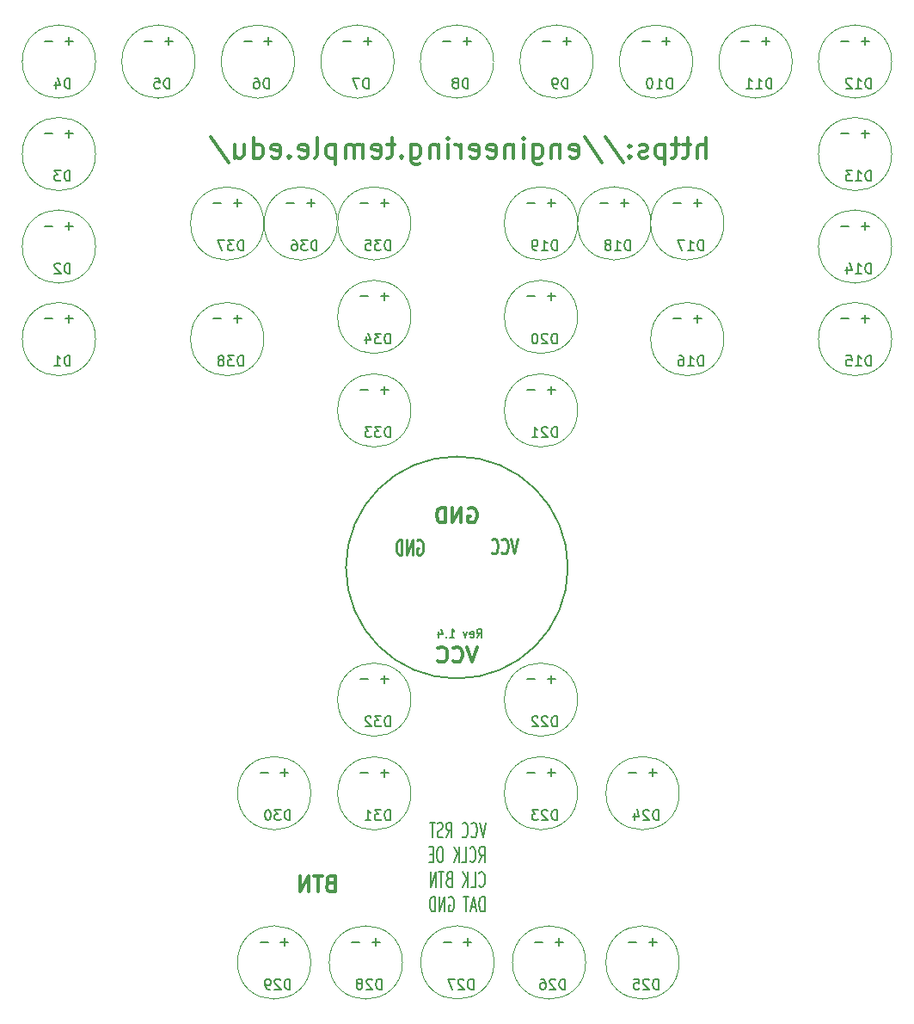
<source format=gbr>
G04 #@! TF.GenerationSoftware,KiCad,Pcbnew,(5.0.0)*
G04 #@! TF.CreationDate,2019-01-20T21:42:16-05:00*
G04 #@! TF.ProjectId,MiniTempleT,4D696E6954656D706C65542E6B696361,rev?*
G04 #@! TF.SameCoordinates,Original*
G04 #@! TF.FileFunction,Legend,Bot*
G04 #@! TF.FilePolarity,Positive*
%FSLAX46Y46*%
G04 Gerber Fmt 4.6, Leading zero omitted, Abs format (unit mm)*
G04 Created by KiCad (PCBNEW (5.0.0)) date 01/20/19 21:42:16*
%MOMM*%
%LPD*%
G01*
G04 APERTURE LIST*
%ADD10C,0.300000*%
%ADD11C,0.200000*%
%ADD12C,0.250000*%
%ADD13C,0.175000*%
%ADD14C,0.100000*%
%ADD15C,0.150000*%
G04 APERTURE END LIST*
D10*
X195738095Y-67404761D02*
X195738095Y-65404761D01*
X194880952Y-67404761D02*
X194880952Y-66357142D01*
X194976190Y-66166666D01*
X195166666Y-66071428D01*
X195452380Y-66071428D01*
X195642857Y-66166666D01*
X195738095Y-66261904D01*
X194214285Y-66071428D02*
X193452380Y-66071428D01*
X193928571Y-65404761D02*
X193928571Y-67119047D01*
X193833333Y-67309523D01*
X193642857Y-67404761D01*
X193452380Y-67404761D01*
X193071428Y-66071428D02*
X192309523Y-66071428D01*
X192785714Y-65404761D02*
X192785714Y-67119047D01*
X192690476Y-67309523D01*
X192500000Y-67404761D01*
X192309523Y-67404761D01*
X191642857Y-66071428D02*
X191642857Y-68071428D01*
X191642857Y-66166666D02*
X191452380Y-66071428D01*
X191071428Y-66071428D01*
X190880952Y-66166666D01*
X190785714Y-66261904D01*
X190690476Y-66452380D01*
X190690476Y-67023809D01*
X190785714Y-67214285D01*
X190880952Y-67309523D01*
X191071428Y-67404761D01*
X191452380Y-67404761D01*
X191642857Y-67309523D01*
X189928571Y-67309523D02*
X189738095Y-67404761D01*
X189357142Y-67404761D01*
X189166666Y-67309523D01*
X189071428Y-67119047D01*
X189071428Y-67023809D01*
X189166666Y-66833333D01*
X189357142Y-66738095D01*
X189642857Y-66738095D01*
X189833333Y-66642857D01*
X189928571Y-66452380D01*
X189928571Y-66357142D01*
X189833333Y-66166666D01*
X189642857Y-66071428D01*
X189357142Y-66071428D01*
X189166666Y-66166666D01*
X188214285Y-67214285D02*
X188119047Y-67309523D01*
X188214285Y-67404761D01*
X188309523Y-67309523D01*
X188214285Y-67214285D01*
X188214285Y-67404761D01*
X188214285Y-66166666D02*
X188119047Y-66261904D01*
X188214285Y-66357142D01*
X188309523Y-66261904D01*
X188214285Y-66166666D01*
X188214285Y-66357142D01*
X185833333Y-65309523D02*
X187547619Y-67880952D01*
X183738095Y-65309523D02*
X185452380Y-67880952D01*
X182309523Y-67309523D02*
X182500000Y-67404761D01*
X182880952Y-67404761D01*
X183071428Y-67309523D01*
X183166666Y-67119047D01*
X183166666Y-66357142D01*
X183071428Y-66166666D01*
X182880952Y-66071428D01*
X182500000Y-66071428D01*
X182309523Y-66166666D01*
X182214285Y-66357142D01*
X182214285Y-66547619D01*
X183166666Y-66738095D01*
X181357142Y-66071428D02*
X181357142Y-67404761D01*
X181357142Y-66261904D02*
X181261904Y-66166666D01*
X181071428Y-66071428D01*
X180785714Y-66071428D01*
X180595238Y-66166666D01*
X180500000Y-66357142D01*
X180500000Y-67404761D01*
X178690476Y-66071428D02*
X178690476Y-67690476D01*
X178785714Y-67880952D01*
X178880952Y-67976190D01*
X179071428Y-68071428D01*
X179357142Y-68071428D01*
X179547619Y-67976190D01*
X178690476Y-67309523D02*
X178880952Y-67404761D01*
X179261904Y-67404761D01*
X179452380Y-67309523D01*
X179547619Y-67214285D01*
X179642857Y-67023809D01*
X179642857Y-66452380D01*
X179547619Y-66261904D01*
X179452380Y-66166666D01*
X179261904Y-66071428D01*
X178880952Y-66071428D01*
X178690476Y-66166666D01*
X177738095Y-67404761D02*
X177738095Y-66071428D01*
X177738095Y-65404761D02*
X177833333Y-65500000D01*
X177738095Y-65595238D01*
X177642857Y-65500000D01*
X177738095Y-65404761D01*
X177738095Y-65595238D01*
X176785714Y-66071428D02*
X176785714Y-67404761D01*
X176785714Y-66261904D02*
X176690476Y-66166666D01*
X176500000Y-66071428D01*
X176214285Y-66071428D01*
X176023809Y-66166666D01*
X175928571Y-66357142D01*
X175928571Y-67404761D01*
X174214285Y-67309523D02*
X174404761Y-67404761D01*
X174785714Y-67404761D01*
X174976190Y-67309523D01*
X175071428Y-67119047D01*
X175071428Y-66357142D01*
X174976190Y-66166666D01*
X174785714Y-66071428D01*
X174404761Y-66071428D01*
X174214285Y-66166666D01*
X174119047Y-66357142D01*
X174119047Y-66547619D01*
X175071428Y-66738095D01*
X172500000Y-67309523D02*
X172690476Y-67404761D01*
X173071428Y-67404761D01*
X173261904Y-67309523D01*
X173357142Y-67119047D01*
X173357142Y-66357142D01*
X173261904Y-66166666D01*
X173071428Y-66071428D01*
X172690476Y-66071428D01*
X172500000Y-66166666D01*
X172404761Y-66357142D01*
X172404761Y-66547619D01*
X173357142Y-66738095D01*
X171547619Y-67404761D02*
X171547619Y-66071428D01*
X171547619Y-66452380D02*
X171452380Y-66261904D01*
X171357142Y-66166666D01*
X171166666Y-66071428D01*
X170976190Y-66071428D01*
X170309523Y-67404761D02*
X170309523Y-66071428D01*
X170309523Y-65404761D02*
X170404761Y-65500000D01*
X170309523Y-65595238D01*
X170214285Y-65500000D01*
X170309523Y-65404761D01*
X170309523Y-65595238D01*
X169357142Y-66071428D02*
X169357142Y-67404761D01*
X169357142Y-66261904D02*
X169261904Y-66166666D01*
X169071428Y-66071428D01*
X168785714Y-66071428D01*
X168595238Y-66166666D01*
X168500000Y-66357142D01*
X168500000Y-67404761D01*
X166690476Y-66071428D02*
X166690476Y-67690476D01*
X166785714Y-67880952D01*
X166880952Y-67976190D01*
X167071428Y-68071428D01*
X167357142Y-68071428D01*
X167547619Y-67976190D01*
X166690476Y-67309523D02*
X166880952Y-67404761D01*
X167261904Y-67404761D01*
X167452380Y-67309523D01*
X167547619Y-67214285D01*
X167642857Y-67023809D01*
X167642857Y-66452380D01*
X167547619Y-66261904D01*
X167452380Y-66166666D01*
X167261904Y-66071428D01*
X166880952Y-66071428D01*
X166690476Y-66166666D01*
X165738095Y-67214285D02*
X165642857Y-67309523D01*
X165738095Y-67404761D01*
X165833333Y-67309523D01*
X165738095Y-67214285D01*
X165738095Y-67404761D01*
X165071428Y-66071428D02*
X164309523Y-66071428D01*
X164785714Y-65404761D02*
X164785714Y-67119047D01*
X164690476Y-67309523D01*
X164500000Y-67404761D01*
X164309523Y-67404761D01*
X162880952Y-67309523D02*
X163071428Y-67404761D01*
X163452380Y-67404761D01*
X163642857Y-67309523D01*
X163738095Y-67119047D01*
X163738095Y-66357142D01*
X163642857Y-66166666D01*
X163452380Y-66071428D01*
X163071428Y-66071428D01*
X162880952Y-66166666D01*
X162785714Y-66357142D01*
X162785714Y-66547619D01*
X163738095Y-66738095D01*
X161928571Y-67404761D02*
X161928571Y-66071428D01*
X161928571Y-66261904D02*
X161833333Y-66166666D01*
X161642857Y-66071428D01*
X161357142Y-66071428D01*
X161166666Y-66166666D01*
X161071428Y-66357142D01*
X161071428Y-67404761D01*
X161071428Y-66357142D02*
X160976190Y-66166666D01*
X160785714Y-66071428D01*
X160500000Y-66071428D01*
X160309523Y-66166666D01*
X160214285Y-66357142D01*
X160214285Y-67404761D01*
X159261904Y-66071428D02*
X159261904Y-68071428D01*
X159261904Y-66166666D02*
X159071428Y-66071428D01*
X158690476Y-66071428D01*
X158500000Y-66166666D01*
X158404761Y-66261904D01*
X158309523Y-66452380D01*
X158309523Y-67023809D01*
X158404761Y-67214285D01*
X158500000Y-67309523D01*
X158690476Y-67404761D01*
X159071428Y-67404761D01*
X159261904Y-67309523D01*
X157166666Y-67404761D02*
X157357142Y-67309523D01*
X157452380Y-67119047D01*
X157452380Y-65404761D01*
X155642857Y-67309523D02*
X155833333Y-67404761D01*
X156214285Y-67404761D01*
X156404761Y-67309523D01*
X156500000Y-67119047D01*
X156500000Y-66357142D01*
X156404761Y-66166666D01*
X156214285Y-66071428D01*
X155833333Y-66071428D01*
X155642857Y-66166666D01*
X155547619Y-66357142D01*
X155547619Y-66547619D01*
X156500000Y-66738095D01*
X154690476Y-67214285D02*
X154595238Y-67309523D01*
X154690476Y-67404761D01*
X154785714Y-67309523D01*
X154690476Y-67214285D01*
X154690476Y-67404761D01*
X152976190Y-67309523D02*
X153166666Y-67404761D01*
X153547619Y-67404761D01*
X153738095Y-67309523D01*
X153833333Y-67119047D01*
X153833333Y-66357142D01*
X153738095Y-66166666D01*
X153547619Y-66071428D01*
X153166666Y-66071428D01*
X152976190Y-66166666D01*
X152880952Y-66357142D01*
X152880952Y-66547619D01*
X153833333Y-66738095D01*
X151166666Y-67404761D02*
X151166666Y-65404761D01*
X151166666Y-67309523D02*
X151357142Y-67404761D01*
X151738095Y-67404761D01*
X151928571Y-67309523D01*
X152023809Y-67214285D01*
X152119047Y-67023809D01*
X152119047Y-66452380D01*
X152023809Y-66261904D01*
X151928571Y-66166666D01*
X151738095Y-66071428D01*
X151357142Y-66071428D01*
X151166666Y-66166666D01*
X149357142Y-66071428D02*
X149357142Y-67404761D01*
X150214285Y-66071428D02*
X150214285Y-67119047D01*
X150119047Y-67309523D01*
X149928571Y-67404761D01*
X149642857Y-67404761D01*
X149452380Y-67309523D01*
X149357142Y-67214285D01*
X146976190Y-65309523D02*
X148690476Y-67880952D01*
D11*
X173157142Y-114561904D02*
X173423809Y-114180952D01*
X173614285Y-114561904D02*
X173614285Y-113761904D01*
X173309523Y-113761904D01*
X173233333Y-113800000D01*
X173195238Y-113838095D01*
X173157142Y-113914285D01*
X173157142Y-114028571D01*
X173195238Y-114104761D01*
X173233333Y-114142857D01*
X173309523Y-114180952D01*
X173614285Y-114180952D01*
X172509523Y-114523809D02*
X172585714Y-114561904D01*
X172738095Y-114561904D01*
X172814285Y-114523809D01*
X172852380Y-114447619D01*
X172852380Y-114142857D01*
X172814285Y-114066666D01*
X172738095Y-114028571D01*
X172585714Y-114028571D01*
X172509523Y-114066666D01*
X172471428Y-114142857D01*
X172471428Y-114219047D01*
X172852380Y-114295238D01*
X172204761Y-114028571D02*
X172014285Y-114561904D01*
X171823809Y-114028571D01*
X170490476Y-114561904D02*
X170947619Y-114561904D01*
X170719047Y-114561904D02*
X170719047Y-113761904D01*
X170795238Y-113876190D01*
X170871428Y-113952380D01*
X170947619Y-113990476D01*
X170147619Y-114485714D02*
X170109523Y-114523809D01*
X170147619Y-114561904D01*
X170185714Y-114523809D01*
X170147619Y-114485714D01*
X170147619Y-114561904D01*
X169423809Y-114028571D02*
X169423809Y-114561904D01*
X169614285Y-113723809D02*
X169804761Y-114295238D01*
X169309523Y-114295238D01*
D12*
X177168404Y-104842571D02*
X176835071Y-106342571D01*
X176501738Y-104842571D01*
X175596976Y-106199714D02*
X175644595Y-106271142D01*
X175787452Y-106342571D01*
X175882690Y-106342571D01*
X176025547Y-106271142D01*
X176120785Y-106128285D01*
X176168404Y-105985428D01*
X176216023Y-105699714D01*
X176216023Y-105485428D01*
X176168404Y-105199714D01*
X176120785Y-105056857D01*
X176025547Y-104914000D01*
X175882690Y-104842571D01*
X175787452Y-104842571D01*
X175644595Y-104914000D01*
X175596976Y-104985428D01*
X174596976Y-106199714D02*
X174644595Y-106271142D01*
X174787452Y-106342571D01*
X174882690Y-106342571D01*
X175025547Y-106271142D01*
X175120785Y-106128285D01*
X175168404Y-105985428D01*
X175216023Y-105699714D01*
X175216023Y-105485428D01*
X175168404Y-105199714D01*
X175120785Y-105056857D01*
X175025547Y-104914000D01*
X174882690Y-104842571D01*
X174787452Y-104842571D01*
X174644595Y-104914000D01*
X174596976Y-104985428D01*
D10*
X158716320Y-138764577D02*
X158502034Y-138836005D01*
X158430605Y-138907434D01*
X158359177Y-139050291D01*
X158359177Y-139264577D01*
X158430605Y-139407434D01*
X158502034Y-139478862D01*
X158644891Y-139550291D01*
X159216320Y-139550291D01*
X159216320Y-138050291D01*
X158716320Y-138050291D01*
X158573462Y-138121720D01*
X158502034Y-138193148D01*
X158430605Y-138336005D01*
X158430605Y-138478862D01*
X158502034Y-138621720D01*
X158573462Y-138693148D01*
X158716320Y-138764577D01*
X159216320Y-138764577D01*
X157930605Y-138050291D02*
X157073462Y-138050291D01*
X157502034Y-139550291D02*
X157502034Y-138050291D01*
X156573462Y-139550291D02*
X156573462Y-138050291D01*
X155716320Y-139550291D01*
X155716320Y-138050291D01*
D13*
X174044535Y-132783071D02*
X173744535Y-134283071D01*
X173444535Y-132783071D01*
X172630250Y-134140214D02*
X172673107Y-134211642D01*
X172801678Y-134283071D01*
X172887392Y-134283071D01*
X173015964Y-134211642D01*
X173101678Y-134068785D01*
X173144535Y-133925928D01*
X173187392Y-133640214D01*
X173187392Y-133425928D01*
X173144535Y-133140214D01*
X173101678Y-132997357D01*
X173015964Y-132854500D01*
X172887392Y-132783071D01*
X172801678Y-132783071D01*
X172673107Y-132854500D01*
X172630250Y-132925928D01*
X171730250Y-134140214D02*
X171773107Y-134211642D01*
X171901678Y-134283071D01*
X171987392Y-134283071D01*
X172115964Y-134211642D01*
X172201678Y-134068785D01*
X172244535Y-133925928D01*
X172287392Y-133640214D01*
X172287392Y-133425928D01*
X172244535Y-133140214D01*
X172201678Y-132997357D01*
X172115964Y-132854500D01*
X171987392Y-132783071D01*
X171901678Y-132783071D01*
X171773107Y-132854500D01*
X171730250Y-132925928D01*
X170144535Y-134283071D02*
X170444535Y-133568785D01*
X170658821Y-134283071D02*
X170658821Y-132783071D01*
X170315964Y-132783071D01*
X170230250Y-132854500D01*
X170187392Y-132925928D01*
X170144535Y-133068785D01*
X170144535Y-133283071D01*
X170187392Y-133425928D01*
X170230250Y-133497357D01*
X170315964Y-133568785D01*
X170658821Y-133568785D01*
X169801678Y-134211642D02*
X169673107Y-134283071D01*
X169458821Y-134283071D01*
X169373107Y-134211642D01*
X169330250Y-134140214D01*
X169287392Y-133997357D01*
X169287392Y-133854500D01*
X169330250Y-133711642D01*
X169373107Y-133640214D01*
X169458821Y-133568785D01*
X169630250Y-133497357D01*
X169715964Y-133425928D01*
X169758821Y-133354500D01*
X169801678Y-133211642D01*
X169801678Y-133068785D01*
X169758821Y-132925928D01*
X169715964Y-132854500D01*
X169630250Y-132783071D01*
X169415964Y-132783071D01*
X169287392Y-132854500D01*
X169030250Y-132783071D02*
X168515964Y-132783071D01*
X168773107Y-134283071D02*
X168773107Y-132783071D01*
X173401678Y-136708071D02*
X173701678Y-135993785D01*
X173915964Y-136708071D02*
X173915964Y-135208071D01*
X173573107Y-135208071D01*
X173487392Y-135279500D01*
X173444535Y-135350928D01*
X173401678Y-135493785D01*
X173401678Y-135708071D01*
X173444535Y-135850928D01*
X173487392Y-135922357D01*
X173573107Y-135993785D01*
X173915964Y-135993785D01*
X172501678Y-136565214D02*
X172544535Y-136636642D01*
X172673107Y-136708071D01*
X172758821Y-136708071D01*
X172887392Y-136636642D01*
X172973107Y-136493785D01*
X173015964Y-136350928D01*
X173058821Y-136065214D01*
X173058821Y-135850928D01*
X173015964Y-135565214D01*
X172973107Y-135422357D01*
X172887392Y-135279500D01*
X172758821Y-135208071D01*
X172673107Y-135208071D01*
X172544535Y-135279500D01*
X172501678Y-135350928D01*
X171687392Y-136708071D02*
X172115964Y-136708071D01*
X172115964Y-135208071D01*
X171387392Y-136708071D02*
X171387392Y-135208071D01*
X170873107Y-136708071D02*
X171258821Y-135850928D01*
X170873107Y-135208071D02*
X171387392Y-136065214D01*
X169630250Y-135208071D02*
X169458821Y-135208071D01*
X169373107Y-135279500D01*
X169287392Y-135422357D01*
X169244535Y-135708071D01*
X169244535Y-136208071D01*
X169287392Y-136493785D01*
X169373107Y-136636642D01*
X169458821Y-136708071D01*
X169630250Y-136708071D01*
X169715964Y-136636642D01*
X169801678Y-136493785D01*
X169844535Y-136208071D01*
X169844535Y-135708071D01*
X169801678Y-135422357D01*
X169715964Y-135279500D01*
X169630250Y-135208071D01*
X168858821Y-135922357D02*
X168558821Y-135922357D01*
X168430250Y-136708071D02*
X168858821Y-136708071D01*
X168858821Y-135208071D01*
X168430250Y-135208071D01*
X173401678Y-138990214D02*
X173444535Y-139061642D01*
X173573107Y-139133071D01*
X173658821Y-139133071D01*
X173787392Y-139061642D01*
X173873107Y-138918785D01*
X173915964Y-138775928D01*
X173958821Y-138490214D01*
X173958821Y-138275928D01*
X173915964Y-137990214D01*
X173873107Y-137847357D01*
X173787392Y-137704500D01*
X173658821Y-137633071D01*
X173573107Y-137633071D01*
X173444535Y-137704500D01*
X173401678Y-137775928D01*
X172587392Y-139133071D02*
X173015964Y-139133071D01*
X173015964Y-137633071D01*
X172287392Y-139133071D02*
X172287392Y-137633071D01*
X171773107Y-139133071D02*
X172158821Y-138275928D01*
X171773107Y-137633071D02*
X172287392Y-138490214D01*
X170401678Y-138347357D02*
X170273107Y-138418785D01*
X170230250Y-138490214D01*
X170187392Y-138633071D01*
X170187392Y-138847357D01*
X170230250Y-138990214D01*
X170273107Y-139061642D01*
X170358821Y-139133071D01*
X170701678Y-139133071D01*
X170701678Y-137633071D01*
X170401678Y-137633071D01*
X170315964Y-137704500D01*
X170273107Y-137775928D01*
X170230250Y-137918785D01*
X170230250Y-138061642D01*
X170273107Y-138204500D01*
X170315964Y-138275928D01*
X170401678Y-138347357D01*
X170701678Y-138347357D01*
X169930250Y-137633071D02*
X169415964Y-137633071D01*
X169673107Y-139133071D02*
X169673107Y-137633071D01*
X169115964Y-139133071D02*
X169115964Y-137633071D01*
X168601678Y-139133071D01*
X168601678Y-137633071D01*
X173915964Y-141558071D02*
X173915964Y-140058071D01*
X173701678Y-140058071D01*
X173573107Y-140129500D01*
X173487392Y-140272357D01*
X173444535Y-140415214D01*
X173401678Y-140700928D01*
X173401678Y-140915214D01*
X173444535Y-141200928D01*
X173487392Y-141343785D01*
X173573107Y-141486642D01*
X173701678Y-141558071D01*
X173915964Y-141558071D01*
X173058821Y-141129500D02*
X172630250Y-141129500D01*
X173144535Y-141558071D02*
X172844535Y-140058071D01*
X172544535Y-141558071D01*
X172373107Y-140058071D02*
X171858821Y-140058071D01*
X172115964Y-141558071D02*
X172115964Y-140058071D01*
X170401678Y-140129500D02*
X170487392Y-140058071D01*
X170615964Y-140058071D01*
X170744535Y-140129500D01*
X170830250Y-140272357D01*
X170873107Y-140415214D01*
X170915964Y-140700928D01*
X170915964Y-140915214D01*
X170873107Y-141200928D01*
X170830250Y-141343785D01*
X170744535Y-141486642D01*
X170615964Y-141558071D01*
X170530250Y-141558071D01*
X170401678Y-141486642D01*
X170358821Y-141415214D01*
X170358821Y-140915214D01*
X170530250Y-140915214D01*
X169973107Y-141558071D02*
X169973107Y-140058071D01*
X169458821Y-141558071D01*
X169458821Y-140058071D01*
X169030250Y-141558071D02*
X169030250Y-140058071D01*
X168815964Y-140058071D01*
X168687392Y-140129500D01*
X168601678Y-140272357D01*
X168558821Y-140415214D01*
X168515964Y-140700928D01*
X168515964Y-140915214D01*
X168558821Y-141200928D01*
X168601678Y-141343785D01*
X168687392Y-141486642D01*
X168815964Y-141558071D01*
X169030250Y-141558071D01*
D10*
X173196000Y-115510571D02*
X172696000Y-117010571D01*
X172196000Y-115510571D01*
X170838857Y-116867714D02*
X170910285Y-116939142D01*
X171124571Y-117010571D01*
X171267428Y-117010571D01*
X171481714Y-116939142D01*
X171624571Y-116796285D01*
X171696000Y-116653428D01*
X171767428Y-116367714D01*
X171767428Y-116153428D01*
X171696000Y-115867714D01*
X171624571Y-115724857D01*
X171481714Y-115582000D01*
X171267428Y-115510571D01*
X171124571Y-115510571D01*
X170910285Y-115582000D01*
X170838857Y-115653428D01*
X169338857Y-116867714D02*
X169410285Y-116939142D01*
X169624571Y-117010571D01*
X169767428Y-117010571D01*
X169981714Y-116939142D01*
X170124571Y-116796285D01*
X170196000Y-116653428D01*
X170267428Y-116367714D01*
X170267428Y-116153428D01*
X170196000Y-115867714D01*
X170124571Y-115724857D01*
X169981714Y-115582000D01*
X169767428Y-115510571D01*
X169624571Y-115510571D01*
X169410285Y-115582000D01*
X169338857Y-115653428D01*
X172338857Y-101866000D02*
X172481714Y-101794571D01*
X172696000Y-101794571D01*
X172910285Y-101866000D01*
X173053142Y-102008857D01*
X173124571Y-102151714D01*
X173196000Y-102437428D01*
X173196000Y-102651714D01*
X173124571Y-102937428D01*
X173053142Y-103080285D01*
X172910285Y-103223142D01*
X172696000Y-103294571D01*
X172553142Y-103294571D01*
X172338857Y-103223142D01*
X172267428Y-103151714D01*
X172267428Y-102651714D01*
X172553142Y-102651714D01*
X171624571Y-103294571D02*
X171624571Y-101794571D01*
X170767428Y-103294571D01*
X170767428Y-101794571D01*
X170053142Y-103294571D02*
X170053142Y-101794571D01*
X169696000Y-101794571D01*
X169481714Y-101866000D01*
X169338857Y-102008857D01*
X169267428Y-102151714D01*
X169196000Y-102437428D01*
X169196000Y-102651714D01*
X169267428Y-102937428D01*
X169338857Y-103080285D01*
X169481714Y-103223142D01*
X169696000Y-103294571D01*
X170053142Y-103294571D01*
D11*
X182120953Y-107696000D02*
G75*
G03X182120953Y-107696000I-10924953J0D01*
G01*
D12*
X167294214Y-105041000D02*
X167389452Y-104969571D01*
X167532309Y-104969571D01*
X167675166Y-105041000D01*
X167770404Y-105183857D01*
X167818023Y-105326714D01*
X167865642Y-105612428D01*
X167865642Y-105826714D01*
X167818023Y-106112428D01*
X167770404Y-106255285D01*
X167675166Y-106398142D01*
X167532309Y-106469571D01*
X167437071Y-106469571D01*
X167294214Y-106398142D01*
X167246595Y-106326714D01*
X167246595Y-105826714D01*
X167437071Y-105826714D01*
X166818023Y-106469571D02*
X166818023Y-104969571D01*
X166246595Y-106469571D01*
X166246595Y-104969571D01*
X165770404Y-106469571D02*
X165770404Y-104969571D01*
X165532309Y-104969571D01*
X165389452Y-105041000D01*
X165294214Y-105183857D01*
X165246595Y-105326714D01*
X165198976Y-105612428D01*
X165198976Y-105826714D01*
X165246595Y-106112428D01*
X165294214Y-106255285D01*
X165389452Y-106398142D01*
X165532309Y-106469571D01*
X165770404Y-106469571D01*
D14*
G04 #@! TO.C,D1*
X135610600Y-85217000D02*
G75*
G03X135610600Y-85217000I-3606800J0D01*
G01*
G04 #@! TO.C,D2*
X135610600Y-76117000D02*
G75*
G03X135610600Y-76117000I-3606800J0D01*
G01*
G04 #@! TO.C,D3*
X135610600Y-67017000D02*
G75*
G03X135610600Y-67017000I-3606800J0D01*
G01*
G04 #@! TO.C,D4*
X135610600Y-57917000D02*
G75*
G03X135610600Y-57917000I-3606800J0D01*
G01*
G04 #@! TO.C,D5*
X145410600Y-57917000D02*
G75*
G03X145410600Y-57917000I-3606800J0D01*
G01*
G04 #@! TO.C,D6*
X155210600Y-57917000D02*
G75*
G03X155210600Y-57917000I-3606800J0D01*
G01*
G04 #@! TO.C,D7*
X165010600Y-57917000D02*
G75*
G03X165010600Y-57917000I-3606800J0D01*
G01*
G04 #@! TO.C,D8*
X174810600Y-57917000D02*
G75*
G03X174810600Y-57917000I-3606800J0D01*
G01*
G04 #@! TO.C,D9*
X184610600Y-57917000D02*
G75*
G03X184610600Y-57917000I-3606800J0D01*
G01*
G04 #@! TO.C,D10*
X194410600Y-57917000D02*
G75*
G03X194410600Y-57917000I-3606800J0D01*
G01*
G04 #@! TO.C,D11*
X204210600Y-57917000D02*
G75*
G03X204210600Y-57917000I-3606800J0D01*
G01*
G04 #@! TO.C,D12*
X214010600Y-57917000D02*
G75*
G03X214010600Y-57917000I-3606800J0D01*
G01*
G04 #@! TO.C,D13*
X214010600Y-67017000D02*
G75*
G03X214010600Y-67017000I-3606800J0D01*
G01*
G04 #@! TO.C,D14*
X214010600Y-76117000D02*
G75*
G03X214010600Y-76117000I-3606800J0D01*
G01*
G04 #@! TO.C,D15*
X214010600Y-85217000D02*
G75*
G03X214010600Y-85217000I-3606800J0D01*
G01*
G04 #@! TO.C,D16*
X197484600Y-85217000D02*
G75*
G03X197484600Y-85217000I-3606800J0D01*
G01*
G04 #@! TO.C,D17*
X197484600Y-73837800D02*
G75*
G03X197484600Y-73837800I-3606800J0D01*
G01*
G04 #@! TO.C,D18*
X190296600Y-73837800D02*
G75*
G03X190296600Y-73837800I-3606800J0D01*
G01*
G04 #@! TO.C,D19*
X183083600Y-73837800D02*
G75*
G03X183083600Y-73837800I-3606800J0D01*
G01*
G04 #@! TO.C,D20*
X183083600Y-83037800D02*
G75*
G03X183083600Y-83037800I-3606800J0D01*
G01*
G04 #@! TO.C,D21*
X183083600Y-92237800D02*
G75*
G03X183083600Y-92237800I-3606800J0D01*
G01*
G04 #@! TO.C,D22*
X183083600Y-120699000D02*
G75*
G03X183083600Y-120699000I-3606800J0D01*
G01*
G04 #@! TO.C,D23*
X183083600Y-129899000D02*
G75*
G03X183083600Y-129899000I-3606800J0D01*
G01*
G04 #@! TO.C,D24*
X193083600Y-129899000D02*
G75*
G03X193083600Y-129899000I-3606800J0D01*
G01*
G04 #@! TO.C,D25*
X193077600Y-146558000D02*
G75*
G03X193077600Y-146558000I-3606800J0D01*
G01*
G04 #@! TO.C,D26*
X183877600Y-146558000D02*
G75*
G03X183877600Y-146558000I-3606800J0D01*
G01*
G04 #@! TO.C,D27*
X174853600Y-146558000D02*
G75*
G03X174853600Y-146558000I-3606800J0D01*
G01*
G04 #@! TO.C,D28*
X165829600Y-146558000D02*
G75*
G03X165829600Y-146558000I-3606800J0D01*
G01*
G04 #@! TO.C,D29*
X156804600Y-146558000D02*
G75*
G03X156804600Y-146558000I-3606800J0D01*
G01*
G04 #@! TO.C,D30*
X156804600Y-129899000D02*
G75*
G03X156804600Y-129899000I-3606800J0D01*
G01*
G04 #@! TO.C,D31*
X166661600Y-129921000D02*
G75*
G03X166661600Y-129921000I-3606800J0D01*
G01*
G04 #@! TO.C,D32*
X166661600Y-120699000D02*
G75*
G03X166661600Y-120699000I-3606800J0D01*
G01*
G04 #@! TO.C,D33*
X166661600Y-92237800D02*
G75*
G03X166661600Y-92237800I-3606800J0D01*
G01*
G04 #@! TO.C,D34*
X166661600Y-83037800D02*
G75*
G03X166661600Y-83037800I-3606800J0D01*
G01*
G04 #@! TO.C,D35*
X166661600Y-73837800D02*
G75*
G03X166661600Y-73837800I-3606800J0D01*
G01*
G04 #@! TO.C,D36*
X159423600Y-73850500D02*
G75*
G03X159423600Y-73850500I-3606800J0D01*
G01*
G04 #@! TO.C,D37*
X152183600Y-73850500D02*
G75*
G03X152183600Y-73850500I-3606800J0D01*
G01*
G04 #@! TO.C,D38*
X152183600Y-85217000D02*
G75*
G03X152183600Y-85217000I-3606800J0D01*
G01*
G04 #@! TO.C,D1*
D15*
X133097495Y-87853780D02*
X133097495Y-86853780D01*
X132859400Y-86853780D01*
X132716542Y-86901400D01*
X132621304Y-86996638D01*
X132573685Y-87091876D01*
X132526066Y-87282352D01*
X132526066Y-87425209D01*
X132573685Y-87615685D01*
X132621304Y-87710923D01*
X132716542Y-87806161D01*
X132859400Y-87853780D01*
X133097495Y-87853780D01*
X131573685Y-87853780D02*
X132145114Y-87853780D01*
X131859400Y-87853780D02*
X131859400Y-86853780D01*
X131954638Y-86996638D01*
X132049876Y-87091876D01*
X132145114Y-87139495D01*
X133384752Y-83205628D02*
X132622847Y-83205628D01*
X133003800Y-83586580D02*
X133003800Y-82824676D01*
X131384752Y-83205628D02*
X130622847Y-83205628D01*
G04 #@! TO.C,D2*
X133097495Y-78753780D02*
X133097495Y-77753780D01*
X132859400Y-77753780D01*
X132716542Y-77801400D01*
X132621304Y-77896638D01*
X132573685Y-77991876D01*
X132526066Y-78182352D01*
X132526066Y-78325209D01*
X132573685Y-78515685D01*
X132621304Y-78610923D01*
X132716542Y-78706161D01*
X132859400Y-78753780D01*
X133097495Y-78753780D01*
X132145114Y-77849019D02*
X132097495Y-77801400D01*
X132002257Y-77753780D01*
X131764161Y-77753780D01*
X131668923Y-77801400D01*
X131621304Y-77849019D01*
X131573685Y-77944257D01*
X131573685Y-78039495D01*
X131621304Y-78182352D01*
X132192733Y-78753780D01*
X131573685Y-78753780D01*
X133384752Y-74105628D02*
X132622847Y-74105628D01*
X133003800Y-74486580D02*
X133003800Y-73724676D01*
X131384752Y-74105628D02*
X130622847Y-74105628D01*
G04 #@! TO.C,D3*
X133097495Y-69653780D02*
X133097495Y-68653780D01*
X132859400Y-68653780D01*
X132716542Y-68701400D01*
X132621304Y-68796638D01*
X132573685Y-68891876D01*
X132526066Y-69082352D01*
X132526066Y-69225209D01*
X132573685Y-69415685D01*
X132621304Y-69510923D01*
X132716542Y-69606161D01*
X132859400Y-69653780D01*
X133097495Y-69653780D01*
X132192733Y-68653780D02*
X131573685Y-68653780D01*
X131907019Y-69034733D01*
X131764161Y-69034733D01*
X131668923Y-69082352D01*
X131621304Y-69129971D01*
X131573685Y-69225209D01*
X131573685Y-69463304D01*
X131621304Y-69558542D01*
X131668923Y-69606161D01*
X131764161Y-69653780D01*
X132049876Y-69653780D01*
X132145114Y-69606161D01*
X132192733Y-69558542D01*
X133384752Y-65005628D02*
X132622847Y-65005628D01*
X133003800Y-65386580D02*
X133003800Y-64624676D01*
X131384752Y-65005628D02*
X130622847Y-65005628D01*
G04 #@! TO.C,D4*
X133097495Y-60553780D02*
X133097495Y-59553780D01*
X132859400Y-59553780D01*
X132716542Y-59601400D01*
X132621304Y-59696638D01*
X132573685Y-59791876D01*
X132526066Y-59982352D01*
X132526066Y-60125209D01*
X132573685Y-60315685D01*
X132621304Y-60410923D01*
X132716542Y-60506161D01*
X132859400Y-60553780D01*
X133097495Y-60553780D01*
X131668923Y-59887114D02*
X131668923Y-60553780D01*
X131907019Y-59506161D02*
X132145114Y-60220447D01*
X131526066Y-60220447D01*
X133384752Y-55905628D02*
X132622847Y-55905628D01*
X133003800Y-56286580D02*
X133003800Y-55524676D01*
X131384752Y-55905628D02*
X130622847Y-55905628D01*
G04 #@! TO.C,D5*
X142897495Y-60553780D02*
X142897495Y-59553780D01*
X142659400Y-59553780D01*
X142516542Y-59601400D01*
X142421304Y-59696638D01*
X142373685Y-59791876D01*
X142326066Y-59982352D01*
X142326066Y-60125209D01*
X142373685Y-60315685D01*
X142421304Y-60410923D01*
X142516542Y-60506161D01*
X142659400Y-60553780D01*
X142897495Y-60553780D01*
X141421304Y-59553780D02*
X141897495Y-59553780D01*
X141945114Y-60029971D01*
X141897495Y-59982352D01*
X141802257Y-59934733D01*
X141564161Y-59934733D01*
X141468923Y-59982352D01*
X141421304Y-60029971D01*
X141373685Y-60125209D01*
X141373685Y-60363304D01*
X141421304Y-60458542D01*
X141468923Y-60506161D01*
X141564161Y-60553780D01*
X141802257Y-60553780D01*
X141897495Y-60506161D01*
X141945114Y-60458542D01*
X143184752Y-55905628D02*
X142422847Y-55905628D01*
X142803800Y-56286580D02*
X142803800Y-55524676D01*
X141184752Y-55905628D02*
X140422847Y-55905628D01*
G04 #@! TO.C,D6*
X152697495Y-60553780D02*
X152697495Y-59553780D01*
X152459400Y-59553780D01*
X152316542Y-59601400D01*
X152221304Y-59696638D01*
X152173685Y-59791876D01*
X152126066Y-59982352D01*
X152126066Y-60125209D01*
X152173685Y-60315685D01*
X152221304Y-60410923D01*
X152316542Y-60506161D01*
X152459400Y-60553780D01*
X152697495Y-60553780D01*
X151268923Y-59553780D02*
X151459400Y-59553780D01*
X151554638Y-59601400D01*
X151602257Y-59649019D01*
X151697495Y-59791876D01*
X151745114Y-59982352D01*
X151745114Y-60363304D01*
X151697495Y-60458542D01*
X151649876Y-60506161D01*
X151554638Y-60553780D01*
X151364161Y-60553780D01*
X151268923Y-60506161D01*
X151221304Y-60458542D01*
X151173685Y-60363304D01*
X151173685Y-60125209D01*
X151221304Y-60029971D01*
X151268923Y-59982352D01*
X151364161Y-59934733D01*
X151554638Y-59934733D01*
X151649876Y-59982352D01*
X151697495Y-60029971D01*
X151745114Y-60125209D01*
X152984752Y-55905628D02*
X152222847Y-55905628D01*
X152603800Y-56286580D02*
X152603800Y-55524676D01*
X150984752Y-55905628D02*
X150222847Y-55905628D01*
G04 #@! TO.C,D7*
X162497495Y-60553780D02*
X162497495Y-59553780D01*
X162259400Y-59553780D01*
X162116542Y-59601400D01*
X162021304Y-59696638D01*
X161973685Y-59791876D01*
X161926066Y-59982352D01*
X161926066Y-60125209D01*
X161973685Y-60315685D01*
X162021304Y-60410923D01*
X162116542Y-60506161D01*
X162259400Y-60553780D01*
X162497495Y-60553780D01*
X161592733Y-59553780D02*
X160926066Y-59553780D01*
X161354638Y-60553780D01*
X162784752Y-55905628D02*
X162022847Y-55905628D01*
X162403800Y-56286580D02*
X162403800Y-55524676D01*
X160784752Y-55905628D02*
X160022847Y-55905628D01*
G04 #@! TO.C,D8*
X172297495Y-60553780D02*
X172297495Y-59553780D01*
X172059400Y-59553780D01*
X171916542Y-59601400D01*
X171821304Y-59696638D01*
X171773685Y-59791876D01*
X171726066Y-59982352D01*
X171726066Y-60125209D01*
X171773685Y-60315685D01*
X171821304Y-60410923D01*
X171916542Y-60506161D01*
X172059400Y-60553780D01*
X172297495Y-60553780D01*
X171154638Y-59982352D02*
X171249876Y-59934733D01*
X171297495Y-59887114D01*
X171345114Y-59791876D01*
X171345114Y-59744257D01*
X171297495Y-59649019D01*
X171249876Y-59601400D01*
X171154638Y-59553780D01*
X170964161Y-59553780D01*
X170868923Y-59601400D01*
X170821304Y-59649019D01*
X170773685Y-59744257D01*
X170773685Y-59791876D01*
X170821304Y-59887114D01*
X170868923Y-59934733D01*
X170964161Y-59982352D01*
X171154638Y-59982352D01*
X171249876Y-60029971D01*
X171297495Y-60077590D01*
X171345114Y-60172828D01*
X171345114Y-60363304D01*
X171297495Y-60458542D01*
X171249876Y-60506161D01*
X171154638Y-60553780D01*
X170964161Y-60553780D01*
X170868923Y-60506161D01*
X170821304Y-60458542D01*
X170773685Y-60363304D01*
X170773685Y-60172828D01*
X170821304Y-60077590D01*
X170868923Y-60029971D01*
X170964161Y-59982352D01*
X172584752Y-55905628D02*
X171822847Y-55905628D01*
X172203800Y-56286580D02*
X172203800Y-55524676D01*
X170584752Y-55905628D02*
X169822847Y-55905628D01*
G04 #@! TO.C,D9*
X182097495Y-60553780D02*
X182097495Y-59553780D01*
X181859400Y-59553780D01*
X181716542Y-59601400D01*
X181621304Y-59696638D01*
X181573685Y-59791876D01*
X181526066Y-59982352D01*
X181526066Y-60125209D01*
X181573685Y-60315685D01*
X181621304Y-60410923D01*
X181716542Y-60506161D01*
X181859400Y-60553780D01*
X182097495Y-60553780D01*
X181049876Y-60553780D02*
X180859400Y-60553780D01*
X180764161Y-60506161D01*
X180716542Y-60458542D01*
X180621304Y-60315685D01*
X180573685Y-60125209D01*
X180573685Y-59744257D01*
X180621304Y-59649019D01*
X180668923Y-59601400D01*
X180764161Y-59553780D01*
X180954638Y-59553780D01*
X181049876Y-59601400D01*
X181097495Y-59649019D01*
X181145114Y-59744257D01*
X181145114Y-59982352D01*
X181097495Y-60077590D01*
X181049876Y-60125209D01*
X180954638Y-60172828D01*
X180764161Y-60172828D01*
X180668923Y-60125209D01*
X180621304Y-60077590D01*
X180573685Y-59982352D01*
X182384752Y-55905628D02*
X181622847Y-55905628D01*
X182003800Y-56286580D02*
X182003800Y-55524676D01*
X180384752Y-55905628D02*
X179622847Y-55905628D01*
G04 #@! TO.C,D10*
X192373685Y-60553780D02*
X192373685Y-59553780D01*
X192135590Y-59553780D01*
X191992733Y-59601400D01*
X191897495Y-59696638D01*
X191849876Y-59791876D01*
X191802257Y-59982352D01*
X191802257Y-60125209D01*
X191849876Y-60315685D01*
X191897495Y-60410923D01*
X191992733Y-60506161D01*
X192135590Y-60553780D01*
X192373685Y-60553780D01*
X190849876Y-60553780D02*
X191421304Y-60553780D01*
X191135590Y-60553780D02*
X191135590Y-59553780D01*
X191230828Y-59696638D01*
X191326066Y-59791876D01*
X191421304Y-59839495D01*
X190230828Y-59553780D02*
X190135590Y-59553780D01*
X190040352Y-59601400D01*
X189992733Y-59649019D01*
X189945114Y-59744257D01*
X189897495Y-59934733D01*
X189897495Y-60172828D01*
X189945114Y-60363304D01*
X189992733Y-60458542D01*
X190040352Y-60506161D01*
X190135590Y-60553780D01*
X190230828Y-60553780D01*
X190326066Y-60506161D01*
X190373685Y-60458542D01*
X190421304Y-60363304D01*
X190468923Y-60172828D01*
X190468923Y-59934733D01*
X190421304Y-59744257D01*
X190373685Y-59649019D01*
X190326066Y-59601400D01*
X190230828Y-59553780D01*
X192184752Y-55905628D02*
X191422847Y-55905628D01*
X191803800Y-56286580D02*
X191803800Y-55524676D01*
X190184752Y-55905628D02*
X189422847Y-55905628D01*
G04 #@! TO.C,D11*
X202173685Y-60553780D02*
X202173685Y-59553780D01*
X201935590Y-59553780D01*
X201792733Y-59601400D01*
X201697495Y-59696638D01*
X201649876Y-59791876D01*
X201602257Y-59982352D01*
X201602257Y-60125209D01*
X201649876Y-60315685D01*
X201697495Y-60410923D01*
X201792733Y-60506161D01*
X201935590Y-60553780D01*
X202173685Y-60553780D01*
X200649876Y-60553780D02*
X201221304Y-60553780D01*
X200935590Y-60553780D02*
X200935590Y-59553780D01*
X201030828Y-59696638D01*
X201126066Y-59791876D01*
X201221304Y-59839495D01*
X199697495Y-60553780D02*
X200268923Y-60553780D01*
X199983209Y-60553780D02*
X199983209Y-59553780D01*
X200078447Y-59696638D01*
X200173685Y-59791876D01*
X200268923Y-59839495D01*
X201984752Y-55905628D02*
X201222847Y-55905628D01*
X201603800Y-56286580D02*
X201603800Y-55524676D01*
X199984752Y-55905628D02*
X199222847Y-55905628D01*
G04 #@! TO.C,D12*
X211973685Y-60553780D02*
X211973685Y-59553780D01*
X211735590Y-59553780D01*
X211592733Y-59601400D01*
X211497495Y-59696638D01*
X211449876Y-59791876D01*
X211402257Y-59982352D01*
X211402257Y-60125209D01*
X211449876Y-60315685D01*
X211497495Y-60410923D01*
X211592733Y-60506161D01*
X211735590Y-60553780D01*
X211973685Y-60553780D01*
X210449876Y-60553780D02*
X211021304Y-60553780D01*
X210735590Y-60553780D02*
X210735590Y-59553780D01*
X210830828Y-59696638D01*
X210926066Y-59791876D01*
X211021304Y-59839495D01*
X210068923Y-59649019D02*
X210021304Y-59601400D01*
X209926066Y-59553780D01*
X209687971Y-59553780D01*
X209592733Y-59601400D01*
X209545114Y-59649019D01*
X209497495Y-59744257D01*
X209497495Y-59839495D01*
X209545114Y-59982352D01*
X210116542Y-60553780D01*
X209497495Y-60553780D01*
X211784752Y-55905628D02*
X211022847Y-55905628D01*
X211403800Y-56286580D02*
X211403800Y-55524676D01*
X209784752Y-55905628D02*
X209022847Y-55905628D01*
G04 #@! TO.C,D13*
X211973685Y-69653780D02*
X211973685Y-68653780D01*
X211735590Y-68653780D01*
X211592733Y-68701400D01*
X211497495Y-68796638D01*
X211449876Y-68891876D01*
X211402257Y-69082352D01*
X211402257Y-69225209D01*
X211449876Y-69415685D01*
X211497495Y-69510923D01*
X211592733Y-69606161D01*
X211735590Y-69653780D01*
X211973685Y-69653780D01*
X210449876Y-69653780D02*
X211021304Y-69653780D01*
X210735590Y-69653780D02*
X210735590Y-68653780D01*
X210830828Y-68796638D01*
X210926066Y-68891876D01*
X211021304Y-68939495D01*
X210116542Y-68653780D02*
X209497495Y-68653780D01*
X209830828Y-69034733D01*
X209687971Y-69034733D01*
X209592733Y-69082352D01*
X209545114Y-69129971D01*
X209497495Y-69225209D01*
X209497495Y-69463304D01*
X209545114Y-69558542D01*
X209592733Y-69606161D01*
X209687971Y-69653780D01*
X209973685Y-69653780D01*
X210068923Y-69606161D01*
X210116542Y-69558542D01*
X211784752Y-65005628D02*
X211022847Y-65005628D01*
X211403800Y-65386580D02*
X211403800Y-64624676D01*
X209784752Y-65005628D02*
X209022847Y-65005628D01*
G04 #@! TO.C,D14*
X211973685Y-78753780D02*
X211973685Y-77753780D01*
X211735590Y-77753780D01*
X211592733Y-77801400D01*
X211497495Y-77896638D01*
X211449876Y-77991876D01*
X211402257Y-78182352D01*
X211402257Y-78325209D01*
X211449876Y-78515685D01*
X211497495Y-78610923D01*
X211592733Y-78706161D01*
X211735590Y-78753780D01*
X211973685Y-78753780D01*
X210449876Y-78753780D02*
X211021304Y-78753780D01*
X210735590Y-78753780D02*
X210735590Y-77753780D01*
X210830828Y-77896638D01*
X210926066Y-77991876D01*
X211021304Y-78039495D01*
X209592733Y-78087114D02*
X209592733Y-78753780D01*
X209830828Y-77706161D02*
X210068923Y-78420447D01*
X209449876Y-78420447D01*
X211784752Y-74105628D02*
X211022847Y-74105628D01*
X211403800Y-74486580D02*
X211403800Y-73724676D01*
X209784752Y-74105628D02*
X209022847Y-74105628D01*
G04 #@! TO.C,D15*
X211973685Y-87853780D02*
X211973685Y-86853780D01*
X211735590Y-86853780D01*
X211592733Y-86901400D01*
X211497495Y-86996638D01*
X211449876Y-87091876D01*
X211402257Y-87282352D01*
X211402257Y-87425209D01*
X211449876Y-87615685D01*
X211497495Y-87710923D01*
X211592733Y-87806161D01*
X211735590Y-87853780D01*
X211973685Y-87853780D01*
X210449876Y-87853780D02*
X211021304Y-87853780D01*
X210735590Y-87853780D02*
X210735590Y-86853780D01*
X210830828Y-86996638D01*
X210926066Y-87091876D01*
X211021304Y-87139495D01*
X209545114Y-86853780D02*
X210021304Y-86853780D01*
X210068923Y-87329971D01*
X210021304Y-87282352D01*
X209926066Y-87234733D01*
X209687971Y-87234733D01*
X209592733Y-87282352D01*
X209545114Y-87329971D01*
X209497495Y-87425209D01*
X209497495Y-87663304D01*
X209545114Y-87758542D01*
X209592733Y-87806161D01*
X209687971Y-87853780D01*
X209926066Y-87853780D01*
X210021304Y-87806161D01*
X210068923Y-87758542D01*
X211784752Y-83205628D02*
X211022847Y-83205628D01*
X211403800Y-83586580D02*
X211403800Y-82824676D01*
X209784752Y-83205628D02*
X209022847Y-83205628D01*
G04 #@! TO.C,D16*
X195447685Y-87853780D02*
X195447685Y-86853780D01*
X195209590Y-86853780D01*
X195066733Y-86901400D01*
X194971495Y-86996638D01*
X194923876Y-87091876D01*
X194876257Y-87282352D01*
X194876257Y-87425209D01*
X194923876Y-87615685D01*
X194971495Y-87710923D01*
X195066733Y-87806161D01*
X195209590Y-87853780D01*
X195447685Y-87853780D01*
X193923876Y-87853780D02*
X194495304Y-87853780D01*
X194209590Y-87853780D02*
X194209590Y-86853780D01*
X194304828Y-86996638D01*
X194400066Y-87091876D01*
X194495304Y-87139495D01*
X193066733Y-86853780D02*
X193257209Y-86853780D01*
X193352447Y-86901400D01*
X193400066Y-86949019D01*
X193495304Y-87091876D01*
X193542923Y-87282352D01*
X193542923Y-87663304D01*
X193495304Y-87758542D01*
X193447685Y-87806161D01*
X193352447Y-87853780D01*
X193161971Y-87853780D01*
X193066733Y-87806161D01*
X193019114Y-87758542D01*
X192971495Y-87663304D01*
X192971495Y-87425209D01*
X193019114Y-87329971D01*
X193066733Y-87282352D01*
X193161971Y-87234733D01*
X193352447Y-87234733D01*
X193447685Y-87282352D01*
X193495304Y-87329971D01*
X193542923Y-87425209D01*
X195258752Y-83205628D02*
X194496847Y-83205628D01*
X194877800Y-83586580D02*
X194877800Y-82824676D01*
X193258752Y-83205628D02*
X192496847Y-83205628D01*
G04 #@! TO.C,D17*
X195447685Y-76474580D02*
X195447685Y-75474580D01*
X195209590Y-75474580D01*
X195066733Y-75522200D01*
X194971495Y-75617438D01*
X194923876Y-75712676D01*
X194876257Y-75903152D01*
X194876257Y-76046009D01*
X194923876Y-76236485D01*
X194971495Y-76331723D01*
X195066733Y-76426961D01*
X195209590Y-76474580D01*
X195447685Y-76474580D01*
X193923876Y-76474580D02*
X194495304Y-76474580D01*
X194209590Y-76474580D02*
X194209590Y-75474580D01*
X194304828Y-75617438D01*
X194400066Y-75712676D01*
X194495304Y-75760295D01*
X193590542Y-75474580D02*
X192923876Y-75474580D01*
X193352447Y-76474580D01*
X195258752Y-71826428D02*
X194496847Y-71826428D01*
X194877800Y-72207380D02*
X194877800Y-71445476D01*
X193258752Y-71826428D02*
X192496847Y-71826428D01*
G04 #@! TO.C,D18*
X188259685Y-76474580D02*
X188259685Y-75474580D01*
X188021590Y-75474580D01*
X187878733Y-75522200D01*
X187783495Y-75617438D01*
X187735876Y-75712676D01*
X187688257Y-75903152D01*
X187688257Y-76046009D01*
X187735876Y-76236485D01*
X187783495Y-76331723D01*
X187878733Y-76426961D01*
X188021590Y-76474580D01*
X188259685Y-76474580D01*
X186735876Y-76474580D02*
X187307304Y-76474580D01*
X187021590Y-76474580D02*
X187021590Y-75474580D01*
X187116828Y-75617438D01*
X187212066Y-75712676D01*
X187307304Y-75760295D01*
X186164447Y-75903152D02*
X186259685Y-75855533D01*
X186307304Y-75807914D01*
X186354923Y-75712676D01*
X186354923Y-75665057D01*
X186307304Y-75569819D01*
X186259685Y-75522200D01*
X186164447Y-75474580D01*
X185973971Y-75474580D01*
X185878733Y-75522200D01*
X185831114Y-75569819D01*
X185783495Y-75665057D01*
X185783495Y-75712676D01*
X185831114Y-75807914D01*
X185878733Y-75855533D01*
X185973971Y-75903152D01*
X186164447Y-75903152D01*
X186259685Y-75950771D01*
X186307304Y-75998390D01*
X186354923Y-76093628D01*
X186354923Y-76284104D01*
X186307304Y-76379342D01*
X186259685Y-76426961D01*
X186164447Y-76474580D01*
X185973971Y-76474580D01*
X185878733Y-76426961D01*
X185831114Y-76379342D01*
X185783495Y-76284104D01*
X185783495Y-76093628D01*
X185831114Y-75998390D01*
X185878733Y-75950771D01*
X185973971Y-75903152D01*
X188070752Y-71826428D02*
X187308847Y-71826428D01*
X187689800Y-72207380D02*
X187689800Y-71445476D01*
X186070752Y-71826428D02*
X185308847Y-71826428D01*
G04 #@! TO.C,D19*
X181046685Y-76474580D02*
X181046685Y-75474580D01*
X180808590Y-75474580D01*
X180665733Y-75522200D01*
X180570495Y-75617438D01*
X180522876Y-75712676D01*
X180475257Y-75903152D01*
X180475257Y-76046009D01*
X180522876Y-76236485D01*
X180570495Y-76331723D01*
X180665733Y-76426961D01*
X180808590Y-76474580D01*
X181046685Y-76474580D01*
X179522876Y-76474580D02*
X180094304Y-76474580D01*
X179808590Y-76474580D02*
X179808590Y-75474580D01*
X179903828Y-75617438D01*
X179999066Y-75712676D01*
X180094304Y-75760295D01*
X179046685Y-76474580D02*
X178856209Y-76474580D01*
X178760971Y-76426961D01*
X178713352Y-76379342D01*
X178618114Y-76236485D01*
X178570495Y-76046009D01*
X178570495Y-75665057D01*
X178618114Y-75569819D01*
X178665733Y-75522200D01*
X178760971Y-75474580D01*
X178951447Y-75474580D01*
X179046685Y-75522200D01*
X179094304Y-75569819D01*
X179141923Y-75665057D01*
X179141923Y-75903152D01*
X179094304Y-75998390D01*
X179046685Y-76046009D01*
X178951447Y-76093628D01*
X178760971Y-76093628D01*
X178665733Y-76046009D01*
X178618114Y-75998390D01*
X178570495Y-75903152D01*
X180857752Y-71826428D02*
X180095847Y-71826428D01*
X180476800Y-72207380D02*
X180476800Y-71445476D01*
X178857752Y-71826428D02*
X178095847Y-71826428D01*
G04 #@! TO.C,D20*
X181046685Y-85674580D02*
X181046685Y-84674580D01*
X180808590Y-84674580D01*
X180665733Y-84722200D01*
X180570495Y-84817438D01*
X180522876Y-84912676D01*
X180475257Y-85103152D01*
X180475257Y-85246009D01*
X180522876Y-85436485D01*
X180570495Y-85531723D01*
X180665733Y-85626961D01*
X180808590Y-85674580D01*
X181046685Y-85674580D01*
X180094304Y-84769819D02*
X180046685Y-84722200D01*
X179951447Y-84674580D01*
X179713352Y-84674580D01*
X179618114Y-84722200D01*
X179570495Y-84769819D01*
X179522876Y-84865057D01*
X179522876Y-84960295D01*
X179570495Y-85103152D01*
X180141923Y-85674580D01*
X179522876Y-85674580D01*
X178903828Y-84674580D02*
X178808590Y-84674580D01*
X178713352Y-84722200D01*
X178665733Y-84769819D01*
X178618114Y-84865057D01*
X178570495Y-85055533D01*
X178570495Y-85293628D01*
X178618114Y-85484104D01*
X178665733Y-85579342D01*
X178713352Y-85626961D01*
X178808590Y-85674580D01*
X178903828Y-85674580D01*
X178999066Y-85626961D01*
X179046685Y-85579342D01*
X179094304Y-85484104D01*
X179141923Y-85293628D01*
X179141923Y-85055533D01*
X179094304Y-84865057D01*
X179046685Y-84769819D01*
X178999066Y-84722200D01*
X178903828Y-84674580D01*
X180857752Y-81026428D02*
X180095847Y-81026428D01*
X180476800Y-81407380D02*
X180476800Y-80645476D01*
X178857752Y-81026428D02*
X178095847Y-81026428D01*
G04 #@! TO.C,D21*
X181046685Y-94874580D02*
X181046685Y-93874580D01*
X180808590Y-93874580D01*
X180665733Y-93922200D01*
X180570495Y-94017438D01*
X180522876Y-94112676D01*
X180475257Y-94303152D01*
X180475257Y-94446009D01*
X180522876Y-94636485D01*
X180570495Y-94731723D01*
X180665733Y-94826961D01*
X180808590Y-94874580D01*
X181046685Y-94874580D01*
X180094304Y-93969819D02*
X180046685Y-93922200D01*
X179951447Y-93874580D01*
X179713352Y-93874580D01*
X179618114Y-93922200D01*
X179570495Y-93969819D01*
X179522876Y-94065057D01*
X179522876Y-94160295D01*
X179570495Y-94303152D01*
X180141923Y-94874580D01*
X179522876Y-94874580D01*
X178570495Y-94874580D02*
X179141923Y-94874580D01*
X178856209Y-94874580D02*
X178856209Y-93874580D01*
X178951447Y-94017438D01*
X179046685Y-94112676D01*
X179141923Y-94160295D01*
X180857752Y-90226428D02*
X180095847Y-90226428D01*
X180476800Y-90607380D02*
X180476800Y-89845476D01*
X178857752Y-90226428D02*
X178095847Y-90226428D01*
G04 #@! TO.C,D22*
X181046685Y-123335780D02*
X181046685Y-122335780D01*
X180808590Y-122335780D01*
X180665733Y-122383400D01*
X180570495Y-122478638D01*
X180522876Y-122573876D01*
X180475257Y-122764352D01*
X180475257Y-122907209D01*
X180522876Y-123097685D01*
X180570495Y-123192923D01*
X180665733Y-123288161D01*
X180808590Y-123335780D01*
X181046685Y-123335780D01*
X180094304Y-122431019D02*
X180046685Y-122383400D01*
X179951447Y-122335780D01*
X179713352Y-122335780D01*
X179618114Y-122383400D01*
X179570495Y-122431019D01*
X179522876Y-122526257D01*
X179522876Y-122621495D01*
X179570495Y-122764352D01*
X180141923Y-123335780D01*
X179522876Y-123335780D01*
X179141923Y-122431019D02*
X179094304Y-122383400D01*
X178999066Y-122335780D01*
X178760971Y-122335780D01*
X178665733Y-122383400D01*
X178618114Y-122431019D01*
X178570495Y-122526257D01*
X178570495Y-122621495D01*
X178618114Y-122764352D01*
X179189542Y-123335780D01*
X178570495Y-123335780D01*
X180857752Y-118687628D02*
X180095847Y-118687628D01*
X180476800Y-119068580D02*
X180476800Y-118306676D01*
X178857752Y-118687628D02*
X178095847Y-118687628D01*
G04 #@! TO.C,D23*
X181046685Y-132535780D02*
X181046685Y-131535780D01*
X180808590Y-131535780D01*
X180665733Y-131583400D01*
X180570495Y-131678638D01*
X180522876Y-131773876D01*
X180475257Y-131964352D01*
X180475257Y-132107209D01*
X180522876Y-132297685D01*
X180570495Y-132392923D01*
X180665733Y-132488161D01*
X180808590Y-132535780D01*
X181046685Y-132535780D01*
X180094304Y-131631019D02*
X180046685Y-131583400D01*
X179951447Y-131535780D01*
X179713352Y-131535780D01*
X179618114Y-131583400D01*
X179570495Y-131631019D01*
X179522876Y-131726257D01*
X179522876Y-131821495D01*
X179570495Y-131964352D01*
X180141923Y-132535780D01*
X179522876Y-132535780D01*
X179189542Y-131535780D02*
X178570495Y-131535780D01*
X178903828Y-131916733D01*
X178760971Y-131916733D01*
X178665733Y-131964352D01*
X178618114Y-132011971D01*
X178570495Y-132107209D01*
X178570495Y-132345304D01*
X178618114Y-132440542D01*
X178665733Y-132488161D01*
X178760971Y-132535780D01*
X179046685Y-132535780D01*
X179141923Y-132488161D01*
X179189542Y-132440542D01*
X180857752Y-127887628D02*
X180095847Y-127887628D01*
X180476800Y-128268580D02*
X180476800Y-127506676D01*
X178857752Y-127887628D02*
X178095847Y-127887628D01*
G04 #@! TO.C,D24*
X191046685Y-132535780D02*
X191046685Y-131535780D01*
X190808590Y-131535780D01*
X190665733Y-131583400D01*
X190570495Y-131678638D01*
X190522876Y-131773876D01*
X190475257Y-131964352D01*
X190475257Y-132107209D01*
X190522876Y-132297685D01*
X190570495Y-132392923D01*
X190665733Y-132488161D01*
X190808590Y-132535780D01*
X191046685Y-132535780D01*
X190094304Y-131631019D02*
X190046685Y-131583400D01*
X189951447Y-131535780D01*
X189713352Y-131535780D01*
X189618114Y-131583400D01*
X189570495Y-131631019D01*
X189522876Y-131726257D01*
X189522876Y-131821495D01*
X189570495Y-131964352D01*
X190141923Y-132535780D01*
X189522876Y-132535780D01*
X188665733Y-131869114D02*
X188665733Y-132535780D01*
X188903828Y-131488161D02*
X189141923Y-132202447D01*
X188522876Y-132202447D01*
X190857752Y-127887628D02*
X190095847Y-127887628D01*
X190476800Y-128268580D02*
X190476800Y-127506676D01*
X188857752Y-127887628D02*
X188095847Y-127887628D01*
G04 #@! TO.C,D25*
X191040685Y-149194780D02*
X191040685Y-148194780D01*
X190802590Y-148194780D01*
X190659733Y-148242400D01*
X190564495Y-148337638D01*
X190516876Y-148432876D01*
X190469257Y-148623352D01*
X190469257Y-148766209D01*
X190516876Y-148956685D01*
X190564495Y-149051923D01*
X190659733Y-149147161D01*
X190802590Y-149194780D01*
X191040685Y-149194780D01*
X190088304Y-148290019D02*
X190040685Y-148242400D01*
X189945447Y-148194780D01*
X189707352Y-148194780D01*
X189612114Y-148242400D01*
X189564495Y-148290019D01*
X189516876Y-148385257D01*
X189516876Y-148480495D01*
X189564495Y-148623352D01*
X190135923Y-149194780D01*
X189516876Y-149194780D01*
X188612114Y-148194780D02*
X189088304Y-148194780D01*
X189135923Y-148670971D01*
X189088304Y-148623352D01*
X188993066Y-148575733D01*
X188754971Y-148575733D01*
X188659733Y-148623352D01*
X188612114Y-148670971D01*
X188564495Y-148766209D01*
X188564495Y-149004304D01*
X188612114Y-149099542D01*
X188659733Y-149147161D01*
X188754971Y-149194780D01*
X188993066Y-149194780D01*
X189088304Y-149147161D01*
X189135923Y-149099542D01*
X190851752Y-144546628D02*
X190089847Y-144546628D01*
X190470800Y-144927580D02*
X190470800Y-144165676D01*
X188851752Y-144546628D02*
X188089847Y-144546628D01*
G04 #@! TO.C,D26*
X181840685Y-149194780D02*
X181840685Y-148194780D01*
X181602590Y-148194780D01*
X181459733Y-148242400D01*
X181364495Y-148337638D01*
X181316876Y-148432876D01*
X181269257Y-148623352D01*
X181269257Y-148766209D01*
X181316876Y-148956685D01*
X181364495Y-149051923D01*
X181459733Y-149147161D01*
X181602590Y-149194780D01*
X181840685Y-149194780D01*
X180888304Y-148290019D02*
X180840685Y-148242400D01*
X180745447Y-148194780D01*
X180507352Y-148194780D01*
X180412114Y-148242400D01*
X180364495Y-148290019D01*
X180316876Y-148385257D01*
X180316876Y-148480495D01*
X180364495Y-148623352D01*
X180935923Y-149194780D01*
X180316876Y-149194780D01*
X179459733Y-148194780D02*
X179650209Y-148194780D01*
X179745447Y-148242400D01*
X179793066Y-148290019D01*
X179888304Y-148432876D01*
X179935923Y-148623352D01*
X179935923Y-149004304D01*
X179888304Y-149099542D01*
X179840685Y-149147161D01*
X179745447Y-149194780D01*
X179554971Y-149194780D01*
X179459733Y-149147161D01*
X179412114Y-149099542D01*
X179364495Y-149004304D01*
X179364495Y-148766209D01*
X179412114Y-148670971D01*
X179459733Y-148623352D01*
X179554971Y-148575733D01*
X179745447Y-148575733D01*
X179840685Y-148623352D01*
X179888304Y-148670971D01*
X179935923Y-148766209D01*
X181651752Y-144546628D02*
X180889847Y-144546628D01*
X181270800Y-144927580D02*
X181270800Y-144165676D01*
X179651752Y-144546628D02*
X178889847Y-144546628D01*
G04 #@! TO.C,D27*
X172816685Y-149194780D02*
X172816685Y-148194780D01*
X172578590Y-148194780D01*
X172435733Y-148242400D01*
X172340495Y-148337638D01*
X172292876Y-148432876D01*
X172245257Y-148623352D01*
X172245257Y-148766209D01*
X172292876Y-148956685D01*
X172340495Y-149051923D01*
X172435733Y-149147161D01*
X172578590Y-149194780D01*
X172816685Y-149194780D01*
X171864304Y-148290019D02*
X171816685Y-148242400D01*
X171721447Y-148194780D01*
X171483352Y-148194780D01*
X171388114Y-148242400D01*
X171340495Y-148290019D01*
X171292876Y-148385257D01*
X171292876Y-148480495D01*
X171340495Y-148623352D01*
X171911923Y-149194780D01*
X171292876Y-149194780D01*
X170959542Y-148194780D02*
X170292876Y-148194780D01*
X170721447Y-149194780D01*
X172627752Y-144546628D02*
X171865847Y-144546628D01*
X172246800Y-144927580D02*
X172246800Y-144165676D01*
X170627752Y-144546628D02*
X169865847Y-144546628D01*
G04 #@! TO.C,D28*
X163792685Y-149194780D02*
X163792685Y-148194780D01*
X163554590Y-148194780D01*
X163411733Y-148242400D01*
X163316495Y-148337638D01*
X163268876Y-148432876D01*
X163221257Y-148623352D01*
X163221257Y-148766209D01*
X163268876Y-148956685D01*
X163316495Y-149051923D01*
X163411733Y-149147161D01*
X163554590Y-149194780D01*
X163792685Y-149194780D01*
X162840304Y-148290019D02*
X162792685Y-148242400D01*
X162697447Y-148194780D01*
X162459352Y-148194780D01*
X162364114Y-148242400D01*
X162316495Y-148290019D01*
X162268876Y-148385257D01*
X162268876Y-148480495D01*
X162316495Y-148623352D01*
X162887923Y-149194780D01*
X162268876Y-149194780D01*
X161697447Y-148623352D02*
X161792685Y-148575733D01*
X161840304Y-148528114D01*
X161887923Y-148432876D01*
X161887923Y-148385257D01*
X161840304Y-148290019D01*
X161792685Y-148242400D01*
X161697447Y-148194780D01*
X161506971Y-148194780D01*
X161411733Y-148242400D01*
X161364114Y-148290019D01*
X161316495Y-148385257D01*
X161316495Y-148432876D01*
X161364114Y-148528114D01*
X161411733Y-148575733D01*
X161506971Y-148623352D01*
X161697447Y-148623352D01*
X161792685Y-148670971D01*
X161840304Y-148718590D01*
X161887923Y-148813828D01*
X161887923Y-149004304D01*
X161840304Y-149099542D01*
X161792685Y-149147161D01*
X161697447Y-149194780D01*
X161506971Y-149194780D01*
X161411733Y-149147161D01*
X161364114Y-149099542D01*
X161316495Y-149004304D01*
X161316495Y-148813828D01*
X161364114Y-148718590D01*
X161411733Y-148670971D01*
X161506971Y-148623352D01*
X163603752Y-144546628D02*
X162841847Y-144546628D01*
X163222800Y-144927580D02*
X163222800Y-144165676D01*
X161603752Y-144546628D02*
X160841847Y-144546628D01*
G04 #@! TO.C,D29*
X154767685Y-149194780D02*
X154767685Y-148194780D01*
X154529590Y-148194780D01*
X154386733Y-148242400D01*
X154291495Y-148337638D01*
X154243876Y-148432876D01*
X154196257Y-148623352D01*
X154196257Y-148766209D01*
X154243876Y-148956685D01*
X154291495Y-149051923D01*
X154386733Y-149147161D01*
X154529590Y-149194780D01*
X154767685Y-149194780D01*
X153815304Y-148290019D02*
X153767685Y-148242400D01*
X153672447Y-148194780D01*
X153434352Y-148194780D01*
X153339114Y-148242400D01*
X153291495Y-148290019D01*
X153243876Y-148385257D01*
X153243876Y-148480495D01*
X153291495Y-148623352D01*
X153862923Y-149194780D01*
X153243876Y-149194780D01*
X152767685Y-149194780D02*
X152577209Y-149194780D01*
X152481971Y-149147161D01*
X152434352Y-149099542D01*
X152339114Y-148956685D01*
X152291495Y-148766209D01*
X152291495Y-148385257D01*
X152339114Y-148290019D01*
X152386733Y-148242400D01*
X152481971Y-148194780D01*
X152672447Y-148194780D01*
X152767685Y-148242400D01*
X152815304Y-148290019D01*
X152862923Y-148385257D01*
X152862923Y-148623352D01*
X152815304Y-148718590D01*
X152767685Y-148766209D01*
X152672447Y-148813828D01*
X152481971Y-148813828D01*
X152386733Y-148766209D01*
X152339114Y-148718590D01*
X152291495Y-148623352D01*
X154578752Y-144546628D02*
X153816847Y-144546628D01*
X154197800Y-144927580D02*
X154197800Y-144165676D01*
X152578752Y-144546628D02*
X151816847Y-144546628D01*
G04 #@! TO.C,D30*
X154767685Y-132535780D02*
X154767685Y-131535780D01*
X154529590Y-131535780D01*
X154386733Y-131583400D01*
X154291495Y-131678638D01*
X154243876Y-131773876D01*
X154196257Y-131964352D01*
X154196257Y-132107209D01*
X154243876Y-132297685D01*
X154291495Y-132392923D01*
X154386733Y-132488161D01*
X154529590Y-132535780D01*
X154767685Y-132535780D01*
X153862923Y-131535780D02*
X153243876Y-131535780D01*
X153577209Y-131916733D01*
X153434352Y-131916733D01*
X153339114Y-131964352D01*
X153291495Y-132011971D01*
X153243876Y-132107209D01*
X153243876Y-132345304D01*
X153291495Y-132440542D01*
X153339114Y-132488161D01*
X153434352Y-132535780D01*
X153720066Y-132535780D01*
X153815304Y-132488161D01*
X153862923Y-132440542D01*
X152624828Y-131535780D02*
X152529590Y-131535780D01*
X152434352Y-131583400D01*
X152386733Y-131631019D01*
X152339114Y-131726257D01*
X152291495Y-131916733D01*
X152291495Y-132154828D01*
X152339114Y-132345304D01*
X152386733Y-132440542D01*
X152434352Y-132488161D01*
X152529590Y-132535780D01*
X152624828Y-132535780D01*
X152720066Y-132488161D01*
X152767685Y-132440542D01*
X152815304Y-132345304D01*
X152862923Y-132154828D01*
X152862923Y-131916733D01*
X152815304Y-131726257D01*
X152767685Y-131631019D01*
X152720066Y-131583400D01*
X152624828Y-131535780D01*
X154578752Y-127887628D02*
X153816847Y-127887628D01*
X154197800Y-128268580D02*
X154197800Y-127506676D01*
X152578752Y-127887628D02*
X151816847Y-127887628D01*
G04 #@! TO.C,D31*
X164624685Y-132557780D02*
X164624685Y-131557780D01*
X164386590Y-131557780D01*
X164243733Y-131605400D01*
X164148495Y-131700638D01*
X164100876Y-131795876D01*
X164053257Y-131986352D01*
X164053257Y-132129209D01*
X164100876Y-132319685D01*
X164148495Y-132414923D01*
X164243733Y-132510161D01*
X164386590Y-132557780D01*
X164624685Y-132557780D01*
X163719923Y-131557780D02*
X163100876Y-131557780D01*
X163434209Y-131938733D01*
X163291352Y-131938733D01*
X163196114Y-131986352D01*
X163148495Y-132033971D01*
X163100876Y-132129209D01*
X163100876Y-132367304D01*
X163148495Y-132462542D01*
X163196114Y-132510161D01*
X163291352Y-132557780D01*
X163577066Y-132557780D01*
X163672304Y-132510161D01*
X163719923Y-132462542D01*
X162148495Y-132557780D02*
X162719923Y-132557780D01*
X162434209Y-132557780D02*
X162434209Y-131557780D01*
X162529447Y-131700638D01*
X162624685Y-131795876D01*
X162719923Y-131843495D01*
X164435752Y-127909628D02*
X163673847Y-127909628D01*
X164054800Y-128290580D02*
X164054800Y-127528676D01*
X162435752Y-127909628D02*
X161673847Y-127909628D01*
G04 #@! TO.C,D32*
X164624685Y-123335780D02*
X164624685Y-122335780D01*
X164386590Y-122335780D01*
X164243733Y-122383400D01*
X164148495Y-122478638D01*
X164100876Y-122573876D01*
X164053257Y-122764352D01*
X164053257Y-122907209D01*
X164100876Y-123097685D01*
X164148495Y-123192923D01*
X164243733Y-123288161D01*
X164386590Y-123335780D01*
X164624685Y-123335780D01*
X163719923Y-122335780D02*
X163100876Y-122335780D01*
X163434209Y-122716733D01*
X163291352Y-122716733D01*
X163196114Y-122764352D01*
X163148495Y-122811971D01*
X163100876Y-122907209D01*
X163100876Y-123145304D01*
X163148495Y-123240542D01*
X163196114Y-123288161D01*
X163291352Y-123335780D01*
X163577066Y-123335780D01*
X163672304Y-123288161D01*
X163719923Y-123240542D01*
X162719923Y-122431019D02*
X162672304Y-122383400D01*
X162577066Y-122335780D01*
X162338971Y-122335780D01*
X162243733Y-122383400D01*
X162196114Y-122431019D01*
X162148495Y-122526257D01*
X162148495Y-122621495D01*
X162196114Y-122764352D01*
X162767542Y-123335780D01*
X162148495Y-123335780D01*
X164435752Y-118687628D02*
X163673847Y-118687628D01*
X164054800Y-119068580D02*
X164054800Y-118306676D01*
X162435752Y-118687628D02*
X161673847Y-118687628D01*
G04 #@! TO.C,D33*
X164624685Y-94874580D02*
X164624685Y-93874580D01*
X164386590Y-93874580D01*
X164243733Y-93922200D01*
X164148495Y-94017438D01*
X164100876Y-94112676D01*
X164053257Y-94303152D01*
X164053257Y-94446009D01*
X164100876Y-94636485D01*
X164148495Y-94731723D01*
X164243733Y-94826961D01*
X164386590Y-94874580D01*
X164624685Y-94874580D01*
X163719923Y-93874580D02*
X163100876Y-93874580D01*
X163434209Y-94255533D01*
X163291352Y-94255533D01*
X163196114Y-94303152D01*
X163148495Y-94350771D01*
X163100876Y-94446009D01*
X163100876Y-94684104D01*
X163148495Y-94779342D01*
X163196114Y-94826961D01*
X163291352Y-94874580D01*
X163577066Y-94874580D01*
X163672304Y-94826961D01*
X163719923Y-94779342D01*
X162767542Y-93874580D02*
X162148495Y-93874580D01*
X162481828Y-94255533D01*
X162338971Y-94255533D01*
X162243733Y-94303152D01*
X162196114Y-94350771D01*
X162148495Y-94446009D01*
X162148495Y-94684104D01*
X162196114Y-94779342D01*
X162243733Y-94826961D01*
X162338971Y-94874580D01*
X162624685Y-94874580D01*
X162719923Y-94826961D01*
X162767542Y-94779342D01*
X164435752Y-90226428D02*
X163673847Y-90226428D01*
X164054800Y-90607380D02*
X164054800Y-89845476D01*
X162435752Y-90226428D02*
X161673847Y-90226428D01*
G04 #@! TO.C,D34*
X164624685Y-85674580D02*
X164624685Y-84674580D01*
X164386590Y-84674580D01*
X164243733Y-84722200D01*
X164148495Y-84817438D01*
X164100876Y-84912676D01*
X164053257Y-85103152D01*
X164053257Y-85246009D01*
X164100876Y-85436485D01*
X164148495Y-85531723D01*
X164243733Y-85626961D01*
X164386590Y-85674580D01*
X164624685Y-85674580D01*
X163719923Y-84674580D02*
X163100876Y-84674580D01*
X163434209Y-85055533D01*
X163291352Y-85055533D01*
X163196114Y-85103152D01*
X163148495Y-85150771D01*
X163100876Y-85246009D01*
X163100876Y-85484104D01*
X163148495Y-85579342D01*
X163196114Y-85626961D01*
X163291352Y-85674580D01*
X163577066Y-85674580D01*
X163672304Y-85626961D01*
X163719923Y-85579342D01*
X162243733Y-85007914D02*
X162243733Y-85674580D01*
X162481828Y-84626961D02*
X162719923Y-85341247D01*
X162100876Y-85341247D01*
X164435752Y-81026428D02*
X163673847Y-81026428D01*
X164054800Y-81407380D02*
X164054800Y-80645476D01*
X162435752Y-81026428D02*
X161673847Y-81026428D01*
G04 #@! TO.C,D35*
X164624685Y-76474580D02*
X164624685Y-75474580D01*
X164386590Y-75474580D01*
X164243733Y-75522200D01*
X164148495Y-75617438D01*
X164100876Y-75712676D01*
X164053257Y-75903152D01*
X164053257Y-76046009D01*
X164100876Y-76236485D01*
X164148495Y-76331723D01*
X164243733Y-76426961D01*
X164386590Y-76474580D01*
X164624685Y-76474580D01*
X163719923Y-75474580D02*
X163100876Y-75474580D01*
X163434209Y-75855533D01*
X163291352Y-75855533D01*
X163196114Y-75903152D01*
X163148495Y-75950771D01*
X163100876Y-76046009D01*
X163100876Y-76284104D01*
X163148495Y-76379342D01*
X163196114Y-76426961D01*
X163291352Y-76474580D01*
X163577066Y-76474580D01*
X163672304Y-76426961D01*
X163719923Y-76379342D01*
X162196114Y-75474580D02*
X162672304Y-75474580D01*
X162719923Y-75950771D01*
X162672304Y-75903152D01*
X162577066Y-75855533D01*
X162338971Y-75855533D01*
X162243733Y-75903152D01*
X162196114Y-75950771D01*
X162148495Y-76046009D01*
X162148495Y-76284104D01*
X162196114Y-76379342D01*
X162243733Y-76426961D01*
X162338971Y-76474580D01*
X162577066Y-76474580D01*
X162672304Y-76426961D01*
X162719923Y-76379342D01*
X164435752Y-71826428D02*
X163673847Y-71826428D01*
X164054800Y-72207380D02*
X164054800Y-71445476D01*
X162435752Y-71826428D02*
X161673847Y-71826428D01*
G04 #@! TO.C,D36*
X157386685Y-76487280D02*
X157386685Y-75487280D01*
X157148590Y-75487280D01*
X157005733Y-75534900D01*
X156910495Y-75630138D01*
X156862876Y-75725376D01*
X156815257Y-75915852D01*
X156815257Y-76058709D01*
X156862876Y-76249185D01*
X156910495Y-76344423D01*
X157005733Y-76439661D01*
X157148590Y-76487280D01*
X157386685Y-76487280D01*
X156481923Y-75487280D02*
X155862876Y-75487280D01*
X156196209Y-75868233D01*
X156053352Y-75868233D01*
X155958114Y-75915852D01*
X155910495Y-75963471D01*
X155862876Y-76058709D01*
X155862876Y-76296804D01*
X155910495Y-76392042D01*
X155958114Y-76439661D01*
X156053352Y-76487280D01*
X156339066Y-76487280D01*
X156434304Y-76439661D01*
X156481923Y-76392042D01*
X155005733Y-75487280D02*
X155196209Y-75487280D01*
X155291447Y-75534900D01*
X155339066Y-75582519D01*
X155434304Y-75725376D01*
X155481923Y-75915852D01*
X155481923Y-76296804D01*
X155434304Y-76392042D01*
X155386685Y-76439661D01*
X155291447Y-76487280D01*
X155100971Y-76487280D01*
X155005733Y-76439661D01*
X154958114Y-76392042D01*
X154910495Y-76296804D01*
X154910495Y-76058709D01*
X154958114Y-75963471D01*
X155005733Y-75915852D01*
X155100971Y-75868233D01*
X155291447Y-75868233D01*
X155386685Y-75915852D01*
X155434304Y-75963471D01*
X155481923Y-76058709D01*
X157197752Y-71839128D02*
X156435847Y-71839128D01*
X156816800Y-72220080D02*
X156816800Y-71458176D01*
X155197752Y-71839128D02*
X154435847Y-71839128D01*
G04 #@! TO.C,D37*
X150146685Y-76487280D02*
X150146685Y-75487280D01*
X149908590Y-75487280D01*
X149765733Y-75534900D01*
X149670495Y-75630138D01*
X149622876Y-75725376D01*
X149575257Y-75915852D01*
X149575257Y-76058709D01*
X149622876Y-76249185D01*
X149670495Y-76344423D01*
X149765733Y-76439661D01*
X149908590Y-76487280D01*
X150146685Y-76487280D01*
X149241923Y-75487280D02*
X148622876Y-75487280D01*
X148956209Y-75868233D01*
X148813352Y-75868233D01*
X148718114Y-75915852D01*
X148670495Y-75963471D01*
X148622876Y-76058709D01*
X148622876Y-76296804D01*
X148670495Y-76392042D01*
X148718114Y-76439661D01*
X148813352Y-76487280D01*
X149099066Y-76487280D01*
X149194304Y-76439661D01*
X149241923Y-76392042D01*
X148289542Y-75487280D02*
X147622876Y-75487280D01*
X148051447Y-76487280D01*
X149957752Y-71839128D02*
X149195847Y-71839128D01*
X149576800Y-72220080D02*
X149576800Y-71458176D01*
X147957752Y-71839128D02*
X147195847Y-71839128D01*
G04 #@! TO.C,D38*
X150146685Y-87853780D02*
X150146685Y-86853780D01*
X149908590Y-86853780D01*
X149765733Y-86901400D01*
X149670495Y-86996638D01*
X149622876Y-87091876D01*
X149575257Y-87282352D01*
X149575257Y-87425209D01*
X149622876Y-87615685D01*
X149670495Y-87710923D01*
X149765733Y-87806161D01*
X149908590Y-87853780D01*
X150146685Y-87853780D01*
X149241923Y-86853780D02*
X148622876Y-86853780D01*
X148956209Y-87234733D01*
X148813352Y-87234733D01*
X148718114Y-87282352D01*
X148670495Y-87329971D01*
X148622876Y-87425209D01*
X148622876Y-87663304D01*
X148670495Y-87758542D01*
X148718114Y-87806161D01*
X148813352Y-87853780D01*
X149099066Y-87853780D01*
X149194304Y-87806161D01*
X149241923Y-87758542D01*
X148051447Y-87282352D02*
X148146685Y-87234733D01*
X148194304Y-87187114D01*
X148241923Y-87091876D01*
X148241923Y-87044257D01*
X148194304Y-86949019D01*
X148146685Y-86901400D01*
X148051447Y-86853780D01*
X147860971Y-86853780D01*
X147765733Y-86901400D01*
X147718114Y-86949019D01*
X147670495Y-87044257D01*
X147670495Y-87091876D01*
X147718114Y-87187114D01*
X147765733Y-87234733D01*
X147860971Y-87282352D01*
X148051447Y-87282352D01*
X148146685Y-87329971D01*
X148194304Y-87377590D01*
X148241923Y-87472828D01*
X148241923Y-87663304D01*
X148194304Y-87758542D01*
X148146685Y-87806161D01*
X148051447Y-87853780D01*
X147860971Y-87853780D01*
X147765733Y-87806161D01*
X147718114Y-87758542D01*
X147670495Y-87663304D01*
X147670495Y-87472828D01*
X147718114Y-87377590D01*
X147765733Y-87329971D01*
X147860971Y-87282352D01*
X149957752Y-83205628D02*
X149195847Y-83205628D01*
X149576800Y-83586580D02*
X149576800Y-82824676D01*
X147957752Y-83205628D02*
X147195847Y-83205628D01*
G04 #@! TD*
M02*

</source>
